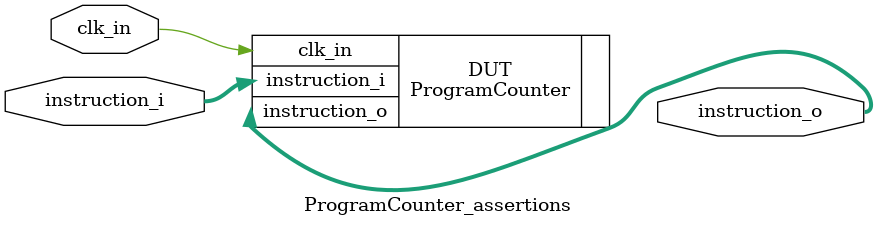
<source format=sv>
module ProgramCounter_assertions(
   input    logic [63:0]   instruction_i,
   input    logic          clk_in,
   
   output   logic [63:0]   instruction_o
);

   ProgramCounter DUT (
         .instruction_i(instruction_i), 
         .clk_in(clk_in), 
         .instruction_o(instruction_o));

   always_ff @(posedge clk_in) begin
      
      // Asserts that Current Instruction is equal to Past Next Instruction
      assert (instruction_o == $past(instruction_i));
      
   end

endmodule
</source>
